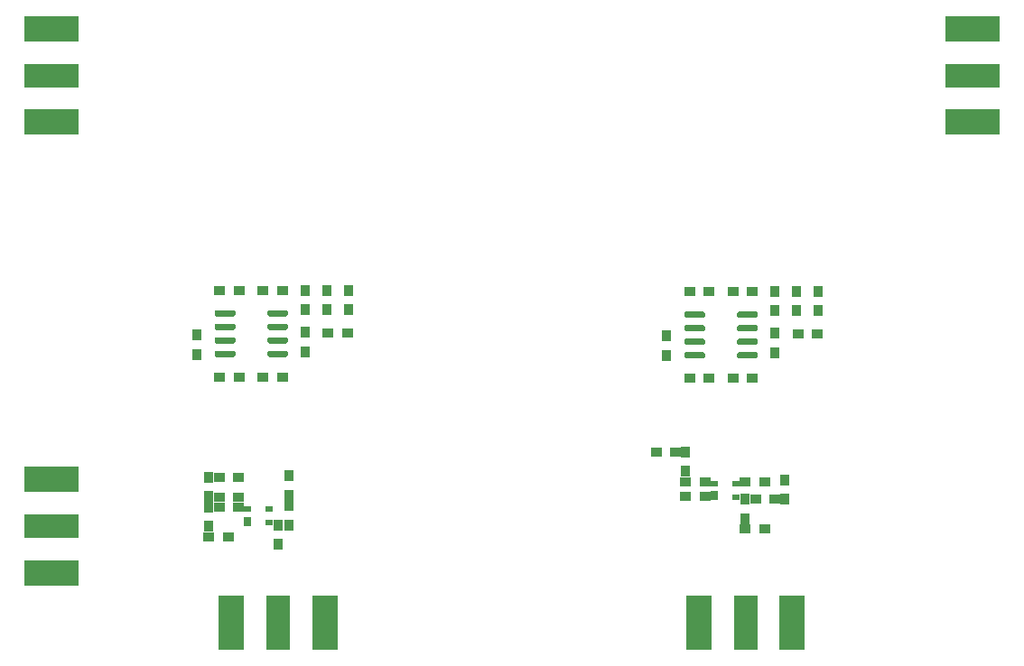
<source format=gbr>
%TF.GenerationSoftware,KiCad,Pcbnew,(5.1.6-0-10_14)*%
%TF.CreationDate,2021-11-24T09:42:12-06:00*%
%TF.ProjectId,EE514 Board (JLC),45453531-3420-4426-9f61-726420284a4c,rev?*%
%TF.SameCoordinates,Original*%
%TF.FileFunction,Paste,Top*%
%TF.FilePolarity,Positive*%
%FSLAX46Y46*%
G04 Gerber Fmt 4.6, Leading zero omitted, Abs format (unit mm)*
G04 Created by KiCad (PCBNEW (5.1.6-0-10_14)) date 2021-11-24 09:42:12*
%MOMM*%
%LPD*%
G01*
G04 APERTURE LIST*
%ADD10R,5.080000X2.420000*%
%ADD11R,5.080000X2.290000*%
%ADD12R,0.950000X0.975000*%
%ADD13R,0.975000X0.950000*%
%ADD14R,0.800000X0.600000*%
%ADD15R,0.800000X0.900000*%
%ADD16R,2.290000X5.080000*%
%ADD17R,2.420000X5.080000*%
G04 APERTURE END LIST*
D10*
%TO.C,J102*%
X109543000Y-84136000D03*
X109543000Y-75376000D03*
D11*
X109543000Y-79756000D03*
%TD*%
D12*
%TO.C,C403*%
X167233600Y-104192700D03*
X167233600Y-106017700D03*
%TD*%
%TO.C,C203*%
X123190000Y-104116500D03*
X123190000Y-105941500D03*
%TD*%
%TO.C,U401*%
G36*
G01*
X175771000Y-105871800D02*
X175771000Y-106171800D01*
G75*
G02*
X175621000Y-106321800I-150000J0D01*
G01*
X173971000Y-106321800D01*
G75*
G02*
X173821000Y-106171800I0J150000D01*
G01*
X173821000Y-105871800D01*
G75*
G02*
X173971000Y-105721800I150000J0D01*
G01*
X175621000Y-105721800D01*
G75*
G02*
X175771000Y-105871800I0J-150000D01*
G01*
G37*
G36*
G01*
X175771000Y-104601800D02*
X175771000Y-104901800D01*
G75*
G02*
X175621000Y-105051800I-150000J0D01*
G01*
X173971000Y-105051800D01*
G75*
G02*
X173821000Y-104901800I0J150000D01*
G01*
X173821000Y-104601800D01*
G75*
G02*
X173971000Y-104451800I150000J0D01*
G01*
X175621000Y-104451800D01*
G75*
G02*
X175771000Y-104601800I0J-150000D01*
G01*
G37*
G36*
G01*
X175771000Y-103331800D02*
X175771000Y-103631800D01*
G75*
G02*
X175621000Y-103781800I-150000J0D01*
G01*
X173971000Y-103781800D01*
G75*
G02*
X173821000Y-103631800I0J150000D01*
G01*
X173821000Y-103331800D01*
G75*
G02*
X173971000Y-103181800I150000J0D01*
G01*
X175621000Y-103181800D01*
G75*
G02*
X175771000Y-103331800I0J-150000D01*
G01*
G37*
G36*
G01*
X175771000Y-102061800D02*
X175771000Y-102361800D01*
G75*
G02*
X175621000Y-102511800I-150000J0D01*
G01*
X173971000Y-102511800D01*
G75*
G02*
X173821000Y-102361800I0J150000D01*
G01*
X173821000Y-102061800D01*
G75*
G02*
X173971000Y-101911800I150000J0D01*
G01*
X175621000Y-101911800D01*
G75*
G02*
X175771000Y-102061800I0J-150000D01*
G01*
G37*
G36*
G01*
X170821000Y-102061800D02*
X170821000Y-102361800D01*
G75*
G02*
X170671000Y-102511800I-150000J0D01*
G01*
X169021000Y-102511800D01*
G75*
G02*
X168871000Y-102361800I0J150000D01*
G01*
X168871000Y-102061800D01*
G75*
G02*
X169021000Y-101911800I150000J0D01*
G01*
X170671000Y-101911800D01*
G75*
G02*
X170821000Y-102061800I0J-150000D01*
G01*
G37*
G36*
G01*
X170821000Y-103331800D02*
X170821000Y-103631800D01*
G75*
G02*
X170671000Y-103781800I-150000J0D01*
G01*
X169021000Y-103781800D01*
G75*
G02*
X168871000Y-103631800I0J150000D01*
G01*
X168871000Y-103331800D01*
G75*
G02*
X169021000Y-103181800I150000J0D01*
G01*
X170671000Y-103181800D01*
G75*
G02*
X170821000Y-103331800I0J-150000D01*
G01*
G37*
G36*
G01*
X170821000Y-104601800D02*
X170821000Y-104901800D01*
G75*
G02*
X170671000Y-105051800I-150000J0D01*
G01*
X169021000Y-105051800D01*
G75*
G02*
X168871000Y-104901800I0J150000D01*
G01*
X168871000Y-104601800D01*
G75*
G02*
X169021000Y-104451800I150000J0D01*
G01*
X170671000Y-104451800D01*
G75*
G02*
X170821000Y-104601800I0J-150000D01*
G01*
G37*
G36*
G01*
X170821000Y-105871800D02*
X170821000Y-106171800D01*
G75*
G02*
X170671000Y-106321800I-150000J0D01*
G01*
X169021000Y-106321800D01*
G75*
G02*
X168871000Y-106171800I0J150000D01*
G01*
X168871000Y-105871800D01*
G75*
G02*
X169021000Y-105721800I150000J0D01*
G01*
X170671000Y-105721800D01*
G75*
G02*
X170821000Y-105871800I0J-150000D01*
G01*
G37*
%TD*%
%TO.C,U201*%
G36*
G01*
X126777400Y-105726800D02*
X126777400Y-106026800D01*
G75*
G02*
X126627400Y-106176800I-150000J0D01*
G01*
X124977400Y-106176800D01*
G75*
G02*
X124827400Y-106026800I0J150000D01*
G01*
X124827400Y-105726800D01*
G75*
G02*
X124977400Y-105576800I150000J0D01*
G01*
X126627400Y-105576800D01*
G75*
G02*
X126777400Y-105726800I0J-150000D01*
G01*
G37*
G36*
G01*
X126777400Y-104456800D02*
X126777400Y-104756800D01*
G75*
G02*
X126627400Y-104906800I-150000J0D01*
G01*
X124977400Y-104906800D01*
G75*
G02*
X124827400Y-104756800I0J150000D01*
G01*
X124827400Y-104456800D01*
G75*
G02*
X124977400Y-104306800I150000J0D01*
G01*
X126627400Y-104306800D01*
G75*
G02*
X126777400Y-104456800I0J-150000D01*
G01*
G37*
G36*
G01*
X126777400Y-103186800D02*
X126777400Y-103486800D01*
G75*
G02*
X126627400Y-103636800I-150000J0D01*
G01*
X124977400Y-103636800D01*
G75*
G02*
X124827400Y-103486800I0J150000D01*
G01*
X124827400Y-103186800D01*
G75*
G02*
X124977400Y-103036800I150000J0D01*
G01*
X126627400Y-103036800D01*
G75*
G02*
X126777400Y-103186800I0J-150000D01*
G01*
G37*
G36*
G01*
X126777400Y-101916800D02*
X126777400Y-102216800D01*
G75*
G02*
X126627400Y-102366800I-150000J0D01*
G01*
X124977400Y-102366800D01*
G75*
G02*
X124827400Y-102216800I0J150000D01*
G01*
X124827400Y-101916800D01*
G75*
G02*
X124977400Y-101766800I150000J0D01*
G01*
X126627400Y-101766800D01*
G75*
G02*
X126777400Y-101916800I0J-150000D01*
G01*
G37*
G36*
G01*
X131727400Y-101916800D02*
X131727400Y-102216800D01*
G75*
G02*
X131577400Y-102366800I-150000J0D01*
G01*
X129927400Y-102366800D01*
G75*
G02*
X129777400Y-102216800I0J150000D01*
G01*
X129777400Y-101916800D01*
G75*
G02*
X129927400Y-101766800I150000J0D01*
G01*
X131577400Y-101766800D01*
G75*
G02*
X131727400Y-101916800I0J-150000D01*
G01*
G37*
G36*
G01*
X131727400Y-103186800D02*
X131727400Y-103486800D01*
G75*
G02*
X131577400Y-103636800I-150000J0D01*
G01*
X129927400Y-103636800D01*
G75*
G02*
X129777400Y-103486800I0J150000D01*
G01*
X129777400Y-103186800D01*
G75*
G02*
X129927400Y-103036800I150000J0D01*
G01*
X131577400Y-103036800D01*
G75*
G02*
X131727400Y-103186800I0J-150000D01*
G01*
G37*
G36*
G01*
X131727400Y-104456800D02*
X131727400Y-104756800D01*
G75*
G02*
X131577400Y-104906800I-150000J0D01*
G01*
X129927400Y-104906800D01*
G75*
G02*
X129777400Y-104756800I0J150000D01*
G01*
X129777400Y-104456800D01*
G75*
G02*
X129927400Y-104306800I150000J0D01*
G01*
X131577400Y-104306800D01*
G75*
G02*
X131727400Y-104456800I0J-150000D01*
G01*
G37*
G36*
G01*
X131727400Y-105726800D02*
X131727400Y-106026800D01*
G75*
G02*
X131577400Y-106176800I-150000J0D01*
G01*
X129927400Y-106176800D01*
G75*
G02*
X129777400Y-106026800I0J150000D01*
G01*
X129777400Y-105726800D01*
G75*
G02*
X129927400Y-105576800I150000J0D01*
G01*
X131577400Y-105576800D01*
G75*
G02*
X131727400Y-105726800I0J-150000D01*
G01*
G37*
%TD*%
%TO.C,R501*%
X169011600Y-115089300D03*
X169011600Y-116914300D03*
%TD*%
%TO.C,R407*%
X179425600Y-101826700D03*
X179425600Y-100001700D03*
%TD*%
%TO.C,R406*%
X181457600Y-101826700D03*
X181457600Y-100001700D03*
%TD*%
D13*
%TO.C,R405*%
X171194100Y-108153200D03*
X169369100Y-108153200D03*
%TD*%
D12*
%TO.C,R404*%
X177393600Y-101826700D03*
X177393600Y-100001700D03*
%TD*%
%TO.C,R403*%
X177393600Y-105763700D03*
X177393600Y-103938700D03*
%TD*%
D13*
%TO.C,R402*%
X175258100Y-100025200D03*
X173433100Y-100025200D03*
%TD*%
%TO.C,R401*%
X171194100Y-100025200D03*
X169369100Y-100025200D03*
%TD*%
%TO.C,R301*%
X127074300Y-119303800D03*
X125249300Y-119303800D03*
%TD*%
D12*
%TO.C,R207*%
X135382000Y-99925500D03*
X135382000Y-101750500D03*
%TD*%
%TO.C,R206*%
X137414000Y-99925500D03*
X137414000Y-101750500D03*
%TD*%
D13*
%TO.C,R205*%
X125325500Y-108077000D03*
X127150500Y-108077000D03*
%TD*%
D12*
%TO.C,R204*%
X133350000Y-99925500D03*
X133350000Y-101750500D03*
%TD*%
%TO.C,R203*%
X133350000Y-103862500D03*
X133350000Y-105687500D03*
%TD*%
D13*
%TO.C,R202*%
X129389500Y-99949000D03*
X131214500Y-99949000D03*
%TD*%
%TO.C,R201*%
X125325500Y-99949000D03*
X127150500Y-99949000D03*
%TD*%
D14*
%TO.C,Q501*%
X173730000Y-118044200D03*
X173730000Y-119344200D03*
X171710000Y-118044200D03*
D15*
X171710000Y-119194200D03*
%TD*%
%TO.C,Q301*%
X127951800Y-121577600D03*
D14*
X127951800Y-120427600D03*
X129971800Y-121727600D03*
X129971800Y-120427600D03*
%TD*%
D13*
%TO.C,L505*%
X176426500Y-122301000D03*
X174601500Y-122301000D03*
%TD*%
%TO.C,L504*%
X177366300Y-119532400D03*
X175541300Y-119532400D03*
%TD*%
%TO.C,L503*%
X176424600Y-117856000D03*
X174599600Y-117856000D03*
%TD*%
%TO.C,L502*%
X169013500Y-119227600D03*
X170838500Y-119227600D03*
%TD*%
%TO.C,L501*%
X170838500Y-117856000D03*
X169013500Y-117856000D03*
%TD*%
D12*
%TO.C,L303*%
X131775200Y-121918100D03*
X131775200Y-120093100D03*
%TD*%
%TO.C,L302*%
X124307600Y-119276500D03*
X124307600Y-117451500D03*
%TD*%
D13*
%TO.C,L301*%
X124309500Y-123012200D03*
X126134500Y-123012200D03*
%TD*%
D16*
%TO.C,J106*%
X174625000Y-131133000D03*
D17*
X170245000Y-131133000D03*
X179005000Y-131133000D03*
%TD*%
%TO.C,J105*%
X135190000Y-131133000D03*
X126430000Y-131133000D03*
D16*
X130810000Y-131133000D03*
%TD*%
D10*
%TO.C,J104*%
X195903000Y-75376000D03*
X195903000Y-84136000D03*
D11*
X195903000Y-79756000D03*
%TD*%
%TO.C,J103*%
X109543000Y-122047000D03*
D10*
X109543000Y-117667000D03*
X109543000Y-126427000D03*
%TD*%
D12*
%TO.C,C505*%
X174599600Y-121359300D03*
X174599600Y-119534300D03*
%TD*%
%TO.C,C504*%
X178308000Y-117705500D03*
X178308000Y-119530500D03*
%TD*%
D13*
%TO.C,C501*%
X166244900Y-115062000D03*
X168069900Y-115062000D03*
%TD*%
%TO.C,C402*%
X179529100Y-103962200D03*
X181354100Y-103962200D03*
%TD*%
%TO.C,C401*%
X173433100Y-108153200D03*
X175258100Y-108153200D03*
%TD*%
D12*
%TO.C,C305*%
X131775200Y-119124100D03*
X131775200Y-117299100D03*
%TD*%
%TO.C,C304*%
X130835400Y-121921900D03*
X130835400Y-123746900D03*
%TD*%
D13*
%TO.C,C303*%
X125249300Y-120243600D03*
X127074300Y-120243600D03*
%TD*%
%TO.C,C302*%
X125249300Y-117449600D03*
X127074300Y-117449600D03*
%TD*%
D12*
%TO.C,C301*%
X124307600Y-122070500D03*
X124307600Y-120245500D03*
%TD*%
D13*
%TO.C,C202*%
X137310500Y-103886000D03*
X135485500Y-103886000D03*
%TD*%
%TO.C,C201*%
X131214500Y-108077000D03*
X129389500Y-108077000D03*
%TD*%
M02*

</source>
